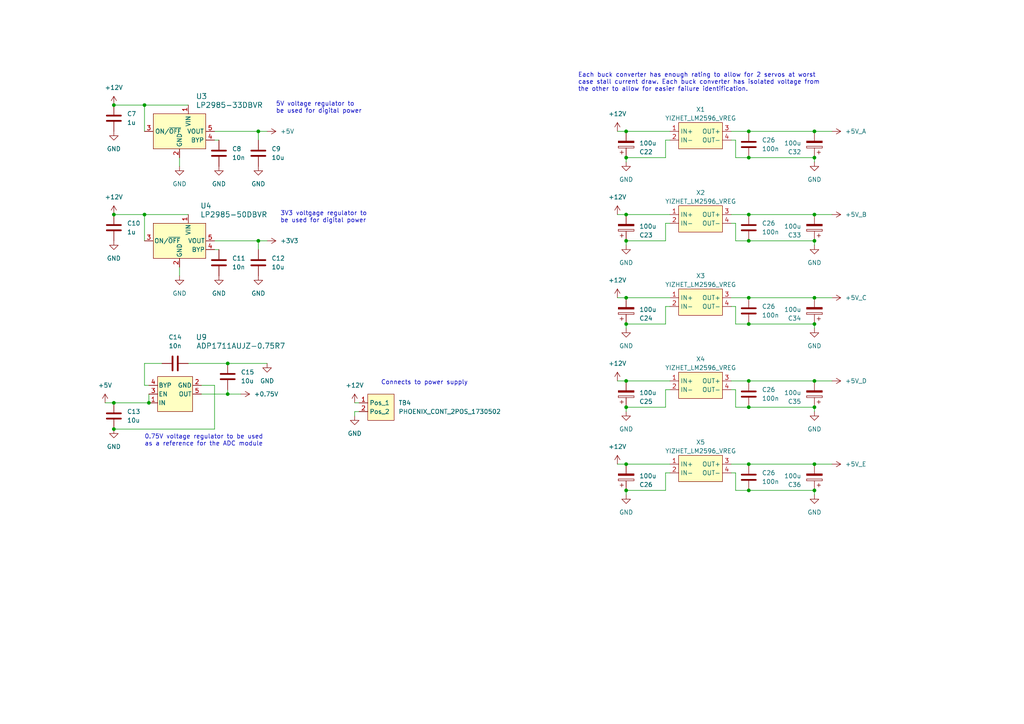
<source format=kicad_sch>
(kicad_sch (version 20230121) (generator eeschema)
  (paper "A4")
  (title_block (title "Norbert Control Board v1 - Power Supplies") (date "2023-11-09") (rev "Rev 3") (company "ME380 - Team 20") (comment 1 "Author: Samuel Street"))
  (lib_symbols
    (symbol "Device:C" (pin_numbers hide) (pin_names (offset 0.254))
      (property "Reference" "C" (at 0.635 2.54 0))
      (property "Value" "C" (at 0.635 -2.54 0))
      (symbol "C_0_1"
        (polyline (pts (xy -2.032 -0.762) (xy 2.032 -0.762)) (stroke (width 0.508)))
        (polyline (pts (xy -2.032 0.762) (xy 2.032 0.762)) (stroke (width 0.508)))
      )
      (symbol "C_1_1"
        (pin passive line (at 0 3.81 270) (length 2.794) (name "~") (number "1"))
        (pin passive line (at 0 -3.81 90) (length 2.794) (name "~") (number "2"))
      )
    )
    (symbol "Device:C_Polarized" (pin_numbers hide) (pin_names (offset 0.254))
      (property "Reference" "C" (at 0.635 2.54 0))
      (property "Value" "C_Polarized" (at 0.635 -2.54 0))
      (symbol "C_Polarized_0_1"
        (rectangle (start -2.286 0.508) (end 2.286 1.016))
        (polyline (pts (xy -1.778 2.286) (xy -0.762 2.286)))
        (polyline (pts (xy -1.27 2.794) (xy -1.27 1.778)))
        (rectangle (start 2.286 -0.508) (end -2.286 -1.016) (fill (type outline)))
      )
      (symbol "C_Polarized_1_1"
        (pin passive line (at 0 3.81 270) (length 2.794) (name "~") (number "1"))
        (pin passive line (at 0 -3.81 90) (length 2.794) (name "~") (number "2"))
      )
    )
    (symbol "dk_PMIC-Voltage-Regulators-Linear:LP2985-33DBVR"
      (property "Reference" "U" (at -6.35 6.35 0))
      (property "Value" "LP2985-33DBVR" (at 0 8.89 0))
      (symbol "LP2985-33DBVR_0_1"
        (rectangle (start -7.62 5.08) (end 7.62 -5.08) (fill (type background)))
      )
      (symbol "LP2985-33DBVR_1_1"
        (pin power_in line (at 2.54 7.62 270) (length 2.54) (name "VIN") (number "1"))
        (pin power_in line (at 0 -7.62 90) (length 2.54) (name "GND") (number "2"))
        (pin input line (at -10.16 0 0) (length 2.54) (name "ON/~{OFF}") (number "3"))
        (pin passive line (at 10.16 -2.54 180) (length 2.54) (name "BYP") (number "4"))
        (pin power_out line (at 10.16 0 180) (length 2.54) (name "VOUT") (number "5"))
      )
    )
    (symbol "extra_power:+0.75V" (power) (pin_names (offset 0))
      (property "Value" "+0.75V" (at 0 3.556 0))
      (symbol "+0.75V_0_1"
        (polyline (pts (xy -0.762 1.27) (xy 0 2.54)))
        (polyline (pts (xy 0 0) (xy 0 2.54)))
        (polyline (pts (xy 0 2.54) (xy 0.762 1.27)))
      )
      (symbol "+0.75V_1_1"
        (pin power_in line (at 0 0 90) (length 0) hide (name "+0.75V") (number "1"))
      )
    )
    (symbol "extra_power:+5V_A" (power) (pin_names (offset 0))
      (property "Value" "+5V_A" (at 0 3.556 0))
      (symbol "+5V_A_0_1"
        (polyline (pts (xy -0.762 1.27) (xy 0 2.54)))
        (polyline (pts (xy 0 0) (xy 0 2.54)))
        (polyline (pts (xy 0 2.54) (xy 0.762 1.27)))
      )
      (symbol "+5V_A_1_1"
        (pin power_in line (at 0 0 90) (length 0) hide (name "+5V_A") (number "1"))
      )
    )
    (symbol "extra_power:+5V_B" (power) (pin_names (offset 0))
      (property "Value" "+5V_B" (at 0 3.556 0))
      (symbol "+5V_B_0_1"
        (polyline (pts (xy -0.762 1.27) (xy 0 2.54)))
        (polyline (pts (xy 0 0) (xy 0 2.54)))
        (polyline (pts (xy 0 2.54) (xy 0.762 1.27)))
      )
      (symbol "+5V_B_1_1"
        (pin power_in line (at 0 0 90) (length 0) hide (name "+5V_B") (number "1"))
      )
    )
    (symbol "extra_power:+5V_C" (power) (pin_names (offset 0))
      (property "Value" "+5V_C" (at 0 3.556 0))
      (symbol "+5V_C_0_1"
        (polyline (pts (xy -0.762 1.27) (xy 0 2.54)))
        (polyline (pts (xy 0 0) (xy 0 2.54)))
        (polyline (pts (xy 0 2.54) (xy 0.762 1.27)))
      )
      (symbol "+5V_C_1_1"
        (pin power_in line (at 0 0 90) (length 0) hide (name "+5V_C") (number "1"))
      )
    )
    (symbol "extra_power:+5V_D" (power) (pin_names (offset 0))
      (property "Value" "+5V_D" (at 0 3.556 0))
      (symbol "+5V_D_0_1"
        (polyline (pts (xy -0.762 1.27) (xy 0 2.54)))
        (polyline (pts (xy 0 0) (xy 0 2.54)))
        (polyline (pts (xy 0 2.54) (xy 0.762 1.27)))
      )
      (symbol "+5V_D_1_1"
        (pin power_in line (at 0 0 90) (length 0) hide (name "+5V_D") (number "1"))
      )
    )
    (symbol "extra_power:+5V_E" (power) (pin_names (offset 0))
      (property "Value" "+5V_E" (at 0 3.556 0))
      (symbol "+5V_E_0_1"
        (polyline (pts (xy -0.762 1.27) (xy 0 2.54)))
        (polyline (pts (xy 0 0) (xy 0 2.54)))
        (polyline (pts (xy 0 2.54) (xy 0.762 1.27)))
      )
      (symbol "+5V_E_1_1"
        (pin power_in line (at 0 0 90) (length 0) hide (name "+5V_E") (number "1"))
      )
    )
    (symbol "extra_power:YIZHET_LM2596_VREG"
      (property "Reference" "X" (at 0 0 0))
      (property "Value" "YIZHET_LM2596_VREG" (at 0 0 0))
      (symbol "YIZHET_LM2596_VREG_1_1"
        (rectangle (start -6.35 3.81) (end 6.35 -3.81) (fill (type background)))
        (pin power_in line (at -8.89 1.27 0) (length 2.54) (name "IN+") (number "1"))
        (pin power_in line (at -8.89 -1.27 0) (length 2.54) (name "IN-") (number "2"))
        (pin power_out line (at 8.89 1.27 180) (length 2.54) (name "OUT+") (number "3"))
        (pin power_out line (at 8.89 -1.27 180) (length 2.54) (name "OUT-") (number "4"))
      )
    )
    (symbol "phoenix_contacts:PHOENIX_CONT_2POS_1730502"
      (property "Reference" "TB" (at 0 0 0))
      (property "Value" "PHOENIX_CONT_2POS_1730502" (at 0 0 0))
      (symbol "PHOENIX_CONT_2POS_1730502_1_1"
        (rectangle (start -3.81 3.81) (end 3.81 -3.81) (fill (type background)))
        (pin bidirectional line (at -6.35 1.27 0) (length 2.54) (name "Pos_1") (number "1"))
        (pin bidirectional line (at -6.35 -1.27 0) (length 2.54) (name "Pos_2") (number "2"))
      )
    )
    (symbol "power:+12V" (power) (pin_names (offset 0))
      (property "Value" "+12V" (at 0 3.556 0))
      (symbol "+12V_0_1"
        (polyline (pts (xy -0.762 1.27) (xy 0 2.54)))
        (polyline (pts (xy 0 0) (xy 0 2.54)))
        (polyline (pts (xy 0 2.54) (xy 0.762 1.27)))
      )
      (symbol "+12V_1_1"
        (pin power_in line (at 0 0 90) (length 0) hide (name "+12V") (number "1"))
      )
    )
    (symbol "power:+3V3" (power) (pin_names (offset 0))
      (property "Value" "+3V3" (at 0 3.556 0))
      (symbol "+3V3_0_1"
        (polyline (pts (xy -0.762 1.27) (xy 0 2.54)))
        (polyline (pts (xy 0 0) (xy 0 2.54)))
        (polyline (pts (xy 0 2.54) (xy 0.762 1.27)))
      )
      (symbol "+3V3_1_1"
        (pin power_in line (at 0 0 90) (length 0) hide (name "+3V3") (number "1"))
      )
    )
    (symbol "power:+5V" (power) (pin_names (offset 0))
      (property "Value" "+5V" (at 0 3.556 0))
      (symbol "+5V_0_1"
        (polyline (pts (xy -0.762 1.27) (xy 0 2.54)))
        (polyline (pts (xy 0 0) (xy 0 2.54)))
        (polyline (pts (xy 0 2.54) (xy 0.762 1.27)))
      )
      (symbol "+5V_1_1"
        (pin power_in line (at 0 0 90) (length 0) hide (name "+5V") (number "1"))
      )
    )
    (symbol "power:GND" (power) (pin_names (offset 0))
      (property "Value" "GND" (at 0 -3.81 0))
      (symbol "GND_0_1"
        (polyline (pts (xy 0 0) (xy 0 -1.27) (xy 1.27 -1.27) (xy 0 -2.54) (xy -1.27 -1.27) (xy 0 -1.27)))
      )
      (symbol "GND_1_1"
        (pin power_in line (at 0 0 270) (length 0) hide (name "GND") (number "1"))
      )
    )
    (symbol "ul_ADP1711AUJZ-0-75R7:ADP1711AUJZ-0.75R7" (pin_names (offset 0.254))
      (property "Reference" "U" (at 0 0 0))
      (property "Value" "ADP1711AUJZ-0.75R7" (at 0 0 0))
      (symbol "ADP1711AUJZ-0.75R7_1_1"
        (rectangle (start -5.08 5.08) (end 5.08 -5.08) (fill (type background)))
        (pin unspecified line (at -7.62 -2.54 0) (length 2.54) (name "IN") (number "1"))
        (pin unspecified line (at 7.62 2.54 180) (length 2.54) (name "GND") (number "2"))
        (pin unspecified line (at -7.62 0 0) (length 2.54) (name "EN") (number "3"))
        (pin unspecified line (at -7.62 2.54 0) (length 2.54) (name "BYP") (number "4"))
        (pin unspecified line (at 7.62 0 180) (length 2.54) (name "OUT") (number "5"))
      )
    )
    (symbol "ul_LP2985-50DBVR:LP2985-50DBVR" (pin_names (offset 0.254))
      (property "Reference" "U" (at 0 2.54 0))
      (property "Value" "LP2985-50DBVR" (at 0 0 0))
      (symbol "LP2985-50DBVR_1_1"
        (rectangle (start -7.62 5.08) (end 7.62 -5.08) (fill (type background)))
        (pin power_in line (at 2.54 7.62 270) (length 2.54) (name "VIN") (number "1"))
        (pin power_in line (at 0 -7.62 90) (length 2.54) (name "GND") (number "2"))
        (pin input line (at -10.16 0 0) (length 2.54) (name "ON/~{OFF}") (number "3"))
        (pin unspecified line (at 10.16 -2.54 180) (length 2.54) (name "BYP") (number "4"))
        (pin power_in line (at 10.16 0 180) (length 2.54) (name "VOUT") (number "5"))
      )
    )
  )
  (junction (at 217.17 93.98))
  (junction (at 181.61 93.98))
  (junction (at 33.02 30.48))
  (junction (at 181.61 134.62))
  (junction (at 236.22 110.49))
  (junction (at 41.91 30.48))
  (junction (at 33.02 116.84))
  (junction (at 41.91 62.23))
  (junction (at 236.22 38.1))
  (junction (at 217.17 118.11))
  (junction (at 66.04 105.41))
  (junction (at 43.18 116.84))
  (junction (at 181.61 86.36))
  (junction (at 74.93 69.85))
  (junction (at 217.17 110.49))
  (junction (at 181.61 118.11))
  (junction (at 181.61 110.49))
  (junction (at 236.22 86.36))
  (junction (at 181.61 38.1))
  (junction (at 181.61 142.24))
  (junction (at 181.61 62.23))
  (junction (at 217.17 62.23))
  (junction (at 217.17 86.36))
  (junction (at 236.22 45.72))
  (junction (at 33.02 124.46))
  (junction (at 33.02 62.23))
  (junction (at 217.17 38.1))
  (junction (at 181.61 45.72))
  (junction (at 74.93 38.1))
  (junction (at 217.17 45.72))
  (junction (at 236.22 69.85))
  (junction (at 217.17 142.24))
  (junction (at 217.17 69.85))
  (junction (at 236.22 93.98))
  (junction (at 236.22 134.62))
  (junction (at 236.22 62.23))
  (junction (at 217.17 134.62))
  (junction (at 181.61 69.85))
  (junction (at 236.22 142.24))
  (junction (at 66.04 114.3))
  (junction (at 236.22 118.11))
  (wire (pts (xy 212.09 38.1) (xy 217.17 38.1)))
  (wire (pts (xy 74.93 38.1) (xy 74.93 40.64)))
  (wire (pts (xy 181.61 38.1) (xy 194.31 38.1)))
  (wire (pts (xy 193.04 64.77) (xy 193.04 69.85)))
  (wire (pts (xy 217.17 118.11) (xy 213.36 118.11)))
  (wire (pts (xy 62.23 69.85) (xy 74.93 69.85)))
  (wire (pts (xy 236.22 45.72) (xy 236.22 46.99)))
  (wire (pts (xy 236.22 134.62) (xy 241.3 134.62)))
  (wire (pts (xy 52.07 48.26) (xy 52.07 45.72)))
  (wire (pts (xy 62.23 124.46) (xy 33.02 124.46)))
  (wire (pts (xy 181.61 118.11) (xy 193.04 118.11)))
  (wire (pts (xy 102.87 119.38) (xy 102.87 120.65)))
  (wire (pts (xy 217.17 69.85) (xy 213.36 69.85)))
  (wire (pts (xy 213.36 64.77) (xy 213.36 69.85)))
  (wire (pts (xy 181.61 93.98) (xy 193.04 93.98)))
  (wire (pts (xy 181.61 110.49) (xy 194.31 110.49)))
  (wire (pts (xy 30.48 116.84) (xy 33.02 116.84)))
  (wire (pts (xy 66.04 114.3) (xy 58.42 114.3)))
  (wire (pts (xy 213.36 113.03) (xy 213.36 118.11)))
  (wire (pts (xy 46.99 105.41) (xy 41.91 105.41)))
  (wire (pts (xy 33.02 30.48) (xy 41.91 30.48)))
  (wire (pts (xy 217.17 134.62) (xy 236.22 134.62)))
  (wire (pts (xy 236.22 110.49) (xy 241.3 110.49)))
  (wire (pts (xy 213.36 88.9) (xy 213.36 93.98)))
  (wire (pts (xy 181.61 62.23) (xy 194.31 62.23)))
  (wire (pts (xy 41.91 62.23) (xy 54.61 62.23)))
  (wire (pts (xy 236.22 38.1) (xy 241.3 38.1)))
  (wire (pts (xy 181.61 142.24) (xy 193.04 142.24)))
  (wire (pts (xy 217.17 45.72) (xy 213.36 45.72)))
  (wire (pts (xy 74.93 38.1) (xy 77.47 38.1)))
  (wire (pts (xy 236.22 93.98) (xy 236.22 95.25)))
  (wire (pts (xy 52.07 80.01) (xy 52.07 77.47)))
  (wire (pts (xy 181.61 86.36) (xy 194.31 86.36)))
  (wire (pts (xy 217.17 69.85) (xy 236.22 69.85)))
  (wire (pts (xy 217.17 93.98) (xy 213.36 93.98)))
  (wire (pts (xy 43.18 114.3) (xy 43.18 116.84)))
  (wire (pts (xy 193.04 113.03) (xy 194.31 113.03)))
  (wire (pts (xy 62.23 111.76) (xy 62.23 124.46)))
  (wire (pts (xy 66.04 114.3) (xy 69.85 114.3)))
  (wire (pts (xy 212.09 134.62) (xy 217.17 134.62)))
  (wire (pts (xy 181.61 71.12) (xy 181.61 69.85)))
  (wire (pts (xy 66.04 105.41) (xy 77.47 105.41)))
  (wire (pts (xy 212.09 62.23) (xy 217.17 62.23)))
  (wire (pts (xy 236.22 62.23) (xy 241.3 62.23)))
  (wire (pts (xy 236.22 86.36) (xy 241.3 86.36)))
  (wire (pts (xy 193.04 137.16) (xy 194.31 137.16)))
  (wire (pts (xy 212.09 110.49) (xy 217.17 110.49)))
  (wire (pts (xy 102.87 116.84) (xy 104.14 116.84)))
  (wire (pts (xy 41.91 62.23) (xy 41.91 69.85)))
  (wire (pts (xy 217.17 45.72) (xy 236.22 45.72)))
  (wire (pts (xy 179.07 62.23) (xy 181.61 62.23)))
  (wire (pts (xy 63.5 72.39) (xy 62.23 72.39)))
  (wire (pts (xy 217.17 38.1) (xy 236.22 38.1)))
  (wire (pts (xy 181.61 119.38) (xy 181.61 118.11)))
  (wire (pts (xy 217.17 93.98) (xy 236.22 93.98)))
  (wire (pts (xy 217.17 86.36) (xy 236.22 86.36)))
  (wire (pts (xy 193.04 64.77) (xy 194.31 64.77)))
  (wire (pts (xy 181.61 143.51) (xy 181.61 142.24)))
  (wire (pts (xy 213.36 137.16) (xy 213.36 142.24)))
  (wire (pts (xy 58.42 111.76) (xy 62.23 111.76)))
  (wire (pts (xy 41.91 105.41) (xy 41.91 111.76)))
  (wire (pts (xy 193.04 40.64) (xy 193.04 45.72)))
  (wire (pts (xy 41.91 111.76) (xy 43.18 111.76)))
  (wire (pts (xy 213.36 113.03) (xy 212.09 113.03)))
  (wire (pts (xy 179.07 134.62) (xy 181.61 134.62)))
  (wire (pts (xy 66.04 105.41) (xy 54.61 105.41)))
  (wire (pts (xy 193.04 113.03) (xy 193.04 118.11)))
  (wire (pts (xy 213.36 40.64) (xy 213.36 45.72)))
  (wire (pts (xy 213.36 64.77) (xy 212.09 64.77)))
  (wire (pts (xy 217.17 142.24) (xy 236.22 142.24)))
  (wire (pts (xy 33.02 116.84) (xy 43.18 116.84)))
  (wire (pts (xy 74.93 69.85) (xy 77.47 69.85)))
  (wire (pts (xy 41.91 30.48) (xy 41.91 38.1)))
  (wire (pts (xy 212.09 86.36) (xy 217.17 86.36)))
  (wire (pts (xy 217.17 110.49) (xy 236.22 110.49)))
  (wire (pts (xy 181.61 45.72) (xy 193.04 45.72)))
  (wire (pts (xy 66.04 114.3) (xy 66.04 113.03)))
  (wire (pts (xy 181.61 134.62) (xy 194.31 134.62)))
  (wire (pts (xy 213.36 40.64) (xy 212.09 40.64)))
  (wire (pts (xy 217.17 62.23) (xy 236.22 62.23)))
  (wire (pts (xy 181.61 69.85) (xy 193.04 69.85)))
  (wire (pts (xy 217.17 142.24) (xy 213.36 142.24)))
  (wire (pts (xy 236.22 69.85) (xy 236.22 71.12)))
  (wire (pts (xy 213.36 88.9) (xy 212.09 88.9)))
  (wire (pts (xy 33.02 62.23) (xy 41.91 62.23)))
  (wire (pts (xy 41.91 30.48) (xy 54.61 30.48)))
  (wire (pts (xy 102.87 119.38) (xy 104.14 119.38)))
  (wire (pts (xy 179.07 110.49) (xy 181.61 110.49)))
  (wire (pts (xy 193.04 137.16) (xy 193.04 142.24)))
  (wire (pts (xy 193.04 88.9) (xy 193.04 93.98)))
  (wire (pts (xy 217.17 118.11) (xy 236.22 118.11)))
  (wire (pts (xy 179.07 86.36) (xy 181.61 86.36)))
  (wire (pts (xy 63.5 40.64) (xy 62.23 40.64)))
  (wire (pts (xy 236.22 142.24) (xy 236.22 143.51)))
  (wire (pts (xy 74.93 69.85) (xy 74.93 72.39)))
  (wire (pts (xy 181.61 95.25) (xy 181.61 93.98)))
  (wire (pts (xy 236.22 118.11) (xy 236.22 119.38)))
  (wire (pts (xy 181.61 46.99) (xy 181.61 45.72)))
  (wire (pts (xy 193.04 40.64) (xy 194.31 40.64)))
  (wire (pts (xy 213.36 137.16) (xy 212.09 137.16)))
  (wire (pts (xy 179.07 38.1) (xy 181.61 38.1)))
  (wire (pts (xy 193.04 88.9) (xy 194.31 88.9)))
  (wire (pts (xy 62.23 38.1) (xy 74.93 38.1)))
  (text "0.75V voltage regulator to be used\nas a reference for the ADC module" (at 41.91 129.54 0) (effects (font (size 1.27 1.27)) (justify left bottom)))
  (text "Connects to power supply" (at 110.49 111.76 0) (effects (font (size 1.27 1.27)) (justify left bottom)))
  (text "Each buck converter has enough rating to allow for 2 servos at worst\ncase stall current draw. Each buck converter has isolated voltage from\nthe other to allow for easier failure identification." (at 167.64 26.67 0) (effects (font (size 1.27 1.27)) (justify left bottom)))
  (text "3V3 voltgage regulator to\nbe used for digital power" (at 81.28 64.77 0) (effects (font (size 1.27 1.27)) (justify left bottom)))
  (text "5V voltage regulator to\nbe used for digital power" (at 80.01 33.02 0) (effects (font (size 1.27 1.27)) (justify left bottom)))
  (symbol (lib_id "Device:C_Polarized") (at 181.61 138.43 0) (mirror x) (unit 1)
    (property "Reference" "C26" (at 185.42 140.589 0) (effects (justify left)))
    (property "Value" "100u" (at 185.42 138.049 0) (effects (justify left)))
    (property "Footprint" "Capacitor_THT:CP_Radial_D5.0mm_P2.50mm" (effects hide))
  )
  (symbol (lib_id "power:+5V") (at 77.47 38.1 270) (unit 1)
    (property "Reference" "#PWR012" (effects hide))
    (property "Value" "+5V" (at 81.28 38.1 90) (effects (justify left)))
    (instances (project "norbert_v1" (path "" (reference "#PWR012") (unit 1)) (path "" (reference "#PWR073") (unit 1))))
  )
  (symbol (lib_id "power:GND") (at 181.61 46.99 0) (unit 1)
    (property "Reference" "#PWR083" (effects hide))
    (property "Value" "GND" (at 181.61 52.07 0))
  )
  (symbol (lib_id "power:GND") (at 63.5 48.26 0) (unit 1)
    (property "Reference" "#PWR011" (effects hide))
    (property "Value" "GND" (at 63.5 53.34 0))
    (instances (project "norbert_v1" (path "" (reference "#PWR011") (unit 1)) (path "" (reference "#PWR068") (unit 1))))
  )
  (symbol (lib_id "power:GND") (at 236.22 119.38 0) (mirror y) (unit 1)
    (property "Reference" "#PWR091" (effects hide))
    (property "Value" "GND" (at 236.22 124.46 0))
  )
  (symbol (lib_id "extra_power:+5V_A") (at 241.3 38.1 270) (unit 1)
    (property "Reference" "#PWR093" (effects hide))
    (property "Value" "+5V_A" (at 245.11 38.1 90) (effects (justify left)))
  )
  (symbol (lib_id "Device:C") (at 74.93 44.45 0) (unit 1)
    (property "Reference" "C9" (at 78.74 43.18 0) (effects (justify left)))
    (property "Value" "10u" (at 78.74 45.72 0) (effects (justify left)))
    (property "Footprint" "CC1812KKX7RCBB103s:CAP_CC1812_YAG" (effects hide))
    (instances (project "norbert_v1" (path "" (reference "C9") (unit 1)) (path "" (reference "C20") (unit 1))))
  )
  (symbol (lib_id "power:GND") (at 102.87 120.65 0) (unit 1)
    (property "Reference" "#PWR02" (effects hide))
    (property "Value" "GND" (at 102.87 125.73 0))
    (instances (project "norbert_v1" (path "" (reference "#PWR02") (unit 1)) (path "" (reference "#PWR077") (unit 1))))
  )
  (symbol (lib_id "dk_PMIC-Voltage-Regulators-Linear:LP2985-33DBVR") (at 52.07 38.1 0) (unit 1)
    (property "Reference" "U3" (at 56.8041 27.94 0) (effects (font (size 1.524 1.524)) (justify left)))
    (property "Value" "LP2985-33DBVR" (at 56.8041 30.48 0) (effects (font (size 1.524 1.524)) (justify left)))
    (property "Footprint" "digikey-footprints:SOT-753" (effects hide))
    (property "Datasheet" "http://www.ti.com/general/docs/suppproductinfo.tsp?distId=10&gotoUrl=http%3A%2F%2Fwww.ti.com%2Flit%2Fgpn%2Flp2985" (effects hide))
    (property "Digi-Key_PN" "296-18476-1-ND" (effects hide))
    (property "MPN" "LP2985-33DBVR" (effects hide))
    (property "Category" "Integrated Circuits (ICs)" (effects hide))
    (property "Family" "PMIC - Voltage Regulators - Linear" (effects hide))
    (property "DK_Datasheet_Link" "http://www.ti.com/general/docs/suppproductinfo.tsp?distId=10&gotoUrl=http%3A%2F%2Fwww.ti.com%2Flit%2Fgpn%2Flp2985" (effects hide))
    (property "DK_Detail_Page" "/product-detail/en/texas-instruments/LP2985-33DBVR/296-18476-1-ND/809911" (effects hide))
    (property "Description" "IC REG LINEAR 3.3V 150MA SOT23-5" (effects hide))
    (property "Manufacturer" "Texas Instruments" (effects hide))
    (property "Status" "Active" (effects hide))
    (instances (project "norbert_v1" (path "" (reference "U3") (unit 1)) (path "" (reference "U8") (unit 1))))
  )
  (symbol (lib_id "power:GND") (at 74.93 48.26 0) (unit 1)
    (property "Reference" "#PWR027" (effects hide))
    (property "Value" "GND" (at 74.93 53.34 0))
    (instances (project "norbert_v1" (path "" (reference "#PWR027") (unit 1)) (path "" (reference "#PWR071") (unit 1))))
  )
  (symbol (lib_id "Device:C") (at 63.5 76.2 0) (unit 1)
    (property "Reference" "C11" (at 67.31 74.93 0) (effects (justify left)))
    (property "Value" "10n" (at 67.31 77.47 0) (effects (justify left)))
    (property "Footprint" "CC1812KKX7RCBB103s:CAP_CC1812_YAG" (effects hide))
    (instances (project "norbert_v1" (path "" (reference "C11") (unit 1)) (path "" (reference "C18") (unit 1))))
  )
  (symbol (lib_id "power:+12V") (at 179.07 62.23 0) (unit 1)
    (property "Reference" "#PWR033" (effects hide))
    (property "Value" "+12V" (at 179.07 57.15 0))
    (instances (project "norbert_v1" (path "" (reference "#PWR033") (unit 1)) (path "" (reference "#PWR079") (unit 1))))
  )
  (symbol (lib_id "Device:C_Polarized") (at 236.22 138.43 180) (unit 1)
    (property "Reference" "C36" (at 232.41 140.589 0) (effects (justify left)))
    (property "Value" "100u" (at 232.41 138.049 0) (effects (justify left)))
    (property "Footprint" "CC1812KKX7RCBB103s:CAP_CC1812_YAG" (effects hide))
  )
  (symbol (lib_id "power:GND") (at 33.02 38.1 0) (unit 1)
    (property "Reference" "#PWR09" (effects hide))
    (property "Value" "GND" (at 33.02 43.18 0))
    (instances (project "norbert_v1" (path "" (reference "#PWR09") (unit 1)) (path "" (reference "#PWR062") (unit 1))))
  )
  (symbol (lib_id "extra_power:YIZHET_LM2596_VREG") (at 203.2 87.63 0) (unit 1)
    (property "Reference" "X3" (at 203.2 80.01 0))
    (property "Value" "YIZHET_LM2596_VREG" (at 203.2 82.55 0))
    (property "Footprint" "extra_power:YIZHET_LM2596_VREG" (effects hide))
  )
  (symbol (lib_id "power:GND") (at 236.22 71.12 0) (mirror y) (unit 1)
    (property "Reference" "#PWR089" (effects hide))
    (property "Value" "GND" (at 236.22 76.2 0))
  )
  (symbol (lib_id "power:GND") (at 63.5 80.01 0) (unit 1)
    (property "Reference" "#PWR031" (effects hide))
    (property "Value" "GND" (at 63.5 85.09 0))
    (instances (project "norbert_v1" (path "" (reference "#PWR031") (unit 1)) (path "" (reference "#PWR069") (unit 1))))
  )
  (symbol (lib_id "power:+5V") (at 30.48 116.84 0) (unit 1)
    (property "Reference" "#PWR041" (effects hide))
    (property "Value" "+5V" (at 30.48 111.76 0))
    (instances (project "norbert_v1" (path "" (reference "#PWR041") (unit 1)) (path "" (reference "#PWR060") (unit 1))))
  )
  (symbol (lib_id "ul_LP2985-50DBVR:LP2985-50DBVR") (at 52.07 69.85 0) (unit 1)
    (property "Reference" "U4" (at 58.0741 59.69 0) (effects (font (size 1.524 1.524)) (justify left)))
    (property "Value" "LP2985-50DBVR" (at 58.0741 62.23 0) (effects (font (size 1.524 1.524)) (justify left)))
    (property "Footprint" "ul_LP2985-50DBVR:DBV0005A_N" (effects hide))
    (property "Datasheet" "LP2985-50DBVR" (effects hide))
    (instances (project "norbert_v1" (path "" (reference "U4") (unit 1)) (path "" (reference "U9") (unit 1))))
  )
  (symbol (lib_id "Device:C") (at 33.02 120.65 0) (unit 1)
    (property "Reference" "C13" (at 36.83 119.38 0) (effects (justify left)))
    (property "Value" "10u" (at 36.83 121.92 0) (effects (justify left)))
    (property "Footprint" "CC1812KKX7RCBB103s:CAP_CC1812_YAG" (effects hide))
    (instances (project "norbert_v1" (path "" (reference "C13") (unit 1)) (path "" (reference "C15") (unit 1))))
  )
  (symbol (lib_id "extra_power:+5V_B") (at 241.3 62.23 270) (unit 1)
    (property "Reference" "#PWR094" (effects hide))
    (property "Value" "+5V_B" (at 245.11 62.23 90) (effects (justify left)))
  )
  (symbol (lib_id "power:GND") (at 181.61 119.38 0) (unit 1)
    (property "Reference" "#PWR086" (effects hide))
    (property "Value" "GND" (at 181.61 124.46 0))
  )
  (symbol (lib_id "Device:C") (at 74.93 76.2 0) (unit 1)
    (property "Reference" "C12" (at 78.74 74.93 0) (effects (justify left)))
    (property "Value" "10u" (at 78.74 77.47 0) (effects (justify left)))
    (property "Footprint" "CC1812KKX7RCBB103s:CAP_CC1812_YAG" (effects hide))
    (instances (project "norbert_v1" (path "" (reference "C12") (unit 1)) (path "" (reference "C21") (unit 1))))
  )
  (symbol (lib_id "Device:C_Polarized") (at 236.22 66.04 180) (unit 1)
    (property "Reference" "C33" (at 232.41 68.199 0) (effects (justify left)))
    (property "Value" "100u" (at 232.41 65.659 0) (effects (justify left)))
    (property "Footprint" "CC1812KKX7RCBB103s:CAP_CC1812_YAG" (effects hide))
  )
  (symbol (lib_id "Device:C") (at 33.02 66.04 0) (unit 1)
    (property "Reference" "C10" (at 36.83 64.77 0) (effects (justify left)))
    (property "Value" "1u" (at 36.83 67.31 0) (effects (justify left)))
    (property "Footprint" "CC1812KKX7RCBB103s:CAP_CC1812_YAG" (effects hide))
    (instances (project "norbert_v1" (path "" (reference "C10") (unit 1)) (path "" (reference "C14") (unit 1))))
  )
  (symbol (lib_id "ul_ADP1711AUJZ-0-75R7:ADP1711AUJZ-0.75R7") (at 50.8 114.3 0) (unit 1)
    (property "Reference" "U9" (at 58.42 97.79 0) (effects (font (size 1.524 1.524))))
    (property "Value" "ADP1711AUJZ-0.75R7" (at 69.85 100.33 0) (effects (font (size 1.524 1.524))))
    (property "Footprint" "ul_ADP1711AUJZ-0-75R7:UJ_5_ADI" (effects hide))
    (property "Datasheet" "ADP1711AUJZ-0.75R7" (effects hide))
    (instances (project "norbert_v1" (path "" (reference "U9") (unit 1)) (path "" (reference "U7") (unit 1))))
  )
  (symbol (lib_id "power:+12V") (at 179.07 86.36 0) (unit 1)
    (property "Reference" "#PWR033" (effects hide))
    (property "Value" "+12V" (at 179.07 81.28 0))
    (instances (project "norbert_v1" (path "" (reference "#PWR033") (unit 1)) (path "" (reference "#PWR080") (unit 1))))
  )
  (symbol (lib_id "power:+12V") (at 179.07 38.1 0) (unit 1)
    (property "Reference" "#PWR033" (effects hide))
    (property "Value" "+12V" (at 179.07 33.02 0))
    (instances (project "norbert_v1" (path "" (reference "#PWR033") (unit 1)) (path "" (reference "#PWR078") (unit 1))))
  )
  (symbol (lib_id "extra_power:YIZHET_LM2596_VREG") (at 203.2 63.5 0) (unit 1)
    (property "Reference" "X2" (at 203.2 55.88 0))
    (property "Value" "YIZHET_LM2596_VREG" (at 203.2 58.42 0))
    (property "Footprint" "extra_power:YIZHET_LM2596_VREG" (effects hide))
  )
  (symbol (lib_id "power:GND") (at 77.47 105.41 0) (unit 1)
    (property "Reference" "#PWR043" (effects hide))
    (property "Value" "GND" (at 77.47 110.49 0))
    (instances (project "norbert_v1" (path "" (reference "#PWR043") (unit 1)) (path "" (reference "#PWR075") (unit 1))))
  )
  (symbol (lib_id "power:GND") (at 52.07 48.26 0) (unit 1)
    (property "Reference" "#PWR010" (effects hide))
    (property "Value" "GND" (at 52.07 53.34 0))
    (instances (project "norbert_v1" (path "" (reference "#PWR010") (unit 1)) (path "" (reference "#PWR066") (unit 1))))
  )
  (symbol (lib_id "extra_power:YIZHET_LM2596_VREG") (at 203.2 135.89 0) (unit 1)
    (property "Reference" "X5" (at 203.2 128.27 0))
    (property "Value" "YIZHET_LM2596_VREG" (at 203.2 130.81 0))
    (property "Footprint" "extra_power:YIZHET_LM2596_VREG" (effects hide))
  )
  (symbol (lib_id "power:GND") (at 236.22 95.25 0) (mirror y) (unit 1)
    (property "Reference" "#PWR090" (effects hide))
    (property "Value" "GND" (at 236.22 100.33 0))
  )
  (symbol (lib_id "power:+12V") (at 33.02 62.23 0) (unit 1)
    (property "Reference" "#PWR028" (effects hide))
    (property "Value" "+12V" (at 33.02 57.15 0))
    (instances (project "norbert_v1" (path "" (reference "#PWR028") (unit 1)) (path "" (reference "#PWR063") (unit 1))))
  )
  (symbol (lib_id "Device:C") (at 217.17 138.43 0) (unit 1)
    (property "Reference" "C26" (at 220.98 137.16 0) (effects (justify left)))
    (property "Value" "100n" (at 220.98 139.7 0) (effects (justify left)))
    (property "Footprint" "CC1812KKX7RCBB103s:CAP_CC1812_YAG" (effects hide))
    (instances (project "norbert_v1" (path "" (reference "C26") (unit 1)) (path "" (reference "C31") (unit 1))))
  )
  (symbol (lib_id "Device:C_Polarized") (at 181.61 41.91 0) (mirror x) (unit 1)
    (property "Reference" "C22" (at 185.42 44.069 0) (effects (justify left)))
    (property "Value" "100u" (at 185.42 41.529 0) (effects (justify left)))
    (property "Footprint" "Capacitor_THT:CP_Radial_D5.0mm_P2.50mm" (effects hide))
  )
  (symbol (lib_id "power:+12V") (at 179.07 134.62 0) (unit 1)
    (property "Reference" "#PWR033" (effects hide))
    (property "Value" "+12V" (at 179.07 129.54 0))
    (instances (project "norbert_v1" (path "" (reference "#PWR033") (unit 1)) (path "" (reference "#PWR082") (unit 1))))
  )
  (symbol (lib_id "Device:C") (at 217.17 41.91 0) (unit 1)
    (property "Reference" "C26" (at 220.98 40.64 0) (effects (justify left)))
    (property "Value" "100n" (at 220.98 43.18 0) (effects (justify left)))
    (property "Footprint" "CC1812KKX7RCBB103s:CAP_CC1812_YAG" (effects hide))
    (instances (project "norbert_v1" (path "" (reference "C26") (unit 1)) (path "" (reference "C27") (unit 1))))
  )
  (symbol (lib_id "power:+12V") (at 33.02 30.48 0) (unit 1)
    (property "Reference" "#PWR08" (effects hide))
    (property "Value" "+12V" (at 33.02 25.4 0))
    (instances (project "norbert_v1" (path "" (reference "#PWR08") (unit 1)) (path "" (reference "#PWR061") (unit 1))))
  )
  (symbol (lib_id "Device:C") (at 217.17 114.3 0) (unit 1)
    (property "Reference" "C26" (at 220.98 113.03 0) (effects (justify left)))
    (property "Value" "100n" (at 220.98 115.57 0) (effects (justify left)))
    (property "Footprint" "CC1812KKX7RCBB103s:CAP_CC1812_YAG" (effects hide))
    (instances (project "norbert_v1" (path "" (reference "C26") (unit 1)) (path "" (reference "C30") (unit 1))))
  )
  (symbol (lib_id "Device:C") (at 217.17 90.17 0) (unit 1)
    (property "Reference" "C26" (at 220.98 88.9 0) (effects (justify left)))
    (property "Value" "100n" (at 220.98 91.44 0) (effects (justify left)))
    (property "Footprint" "CC1812KKX7RCBB103s:CAP_CC1812_YAG" (effects hide))
    (instances (project "norbert_v1" (path "" (reference "C26") (unit 1)) (path "" (reference "C29") (unit 1))))
  )
  (symbol (lib_id "Device:C_Polarized") (at 181.61 114.3 0) (mirror x) (unit 1)
    (property "Reference" "C25" (at 185.42 116.459 0) (effects (justify left)))
    (property "Value" "100u" (at 185.42 113.919 0) (effects (justify left)))
    (property "Footprint" "Capacitor_THT:CP_Radial_D5.0mm_P2.50mm" (effects hide))
  )
  (symbol (lib_id "power:+12V") (at 102.87 116.84 0) (unit 1)
    (property "Reference" "#PWR01" (effects hide))
    (property "Value" "+12V" (at 102.87 111.76 0))
    (instances (project "norbert_v1" (path "" (reference "#PWR01") (unit 1)) (path "" (reference "#PWR076") (unit 1))))
  )
  (symbol (lib_id "extra_power:YIZHET_LM2596_VREG") (at 203.2 39.37 0) (unit 1)
    (property "Reference" "X1" (at 203.2 31.75 0))
    (property "Value" "YIZHET_LM2596_VREG" (at 203.2 34.29 0))
    (property "Footprint" "extra_power:YIZHET_LM2596_VREG" (effects hide))
  )
  (symbol (lib_id "Device:C_Polarized") (at 236.22 41.91 180) (unit 1)
    (property "Reference" "C32" (at 232.41 44.069 0) (effects (justify left)))
    (property "Value" "100u" (at 232.41 41.529 0) (effects (justify left)))
    (property "Footprint" "CC1812KKX7RCBB103s:CAP_CC1812_YAG" (effects hide))
  )
  (symbol (lib_id "power:GND") (at 236.22 143.51 0) (mirror y) (unit 1)
    (property "Reference" "#PWR092" (effects hide))
    (property "Value" "GND" (at 236.22 148.59 0))
  )
  (symbol (lib_id "power:GND") (at 181.61 143.51 0) (unit 1)
    (property "Reference" "#PWR087" (effects hide))
    (property "Value" "GND" (at 181.61 148.59 0))
  )
  (symbol (lib_id "Device:C") (at 50.8 105.41 90) (unit 1)
    (property "Reference" "C14" (at 50.8 97.79 90))
    (property "Value" "10n" (at 50.8 100.33 90))
    (property "Footprint" "CC1812KKX7RCBB103s:CAP_CC1812_YAG" (effects hide))
    (instances (project "norbert_v1" (path "" (reference "C14") (unit 1)) (path "" (reference "C16") (unit 1))))
  )
  (symbol (lib_id "extra_power:+5V_E") (at 241.3 134.62 270) (unit 1)
    (property "Reference" "#PWR097" (effects hide))
    (property "Value" "+5V_E" (at 245.11 134.62 90) (effects (justify left)))
  )
  (symbol (lib_id "power:GND") (at 52.07 80.01 0) (unit 1)
    (property "Reference" "#PWR030" (effects hide))
    (property "Value" "GND" (at 52.07 85.09 0))
    (instances (project "norbert_v1" (path "" (reference "#PWR030") (unit 1)) (path "" (reference "#PWR067") (unit 1))))
  )
  (symbol (lib_id "power:GND") (at 74.93 80.01 0) (unit 1)
    (property "Reference" "#PWR032" (effects hide))
    (property "Value" "GND" (at 74.93 85.09 0))
    (instances (project "norbert_v1" (path "" (reference "#PWR032") (unit 1)) (path "" (reference "#PWR072") (unit 1))))
  )
  (symbol (lib_id "Device:C") (at 63.5 44.45 0) (unit 1)
    (property "Reference" "C8" (at 67.31 43.18 0) (effects (justify left)))
    (property "Value" "10n" (at 67.31 45.72 0) (effects (justify left)))
    (property "Footprint" "CC1812KKX7RCBB103s:CAP_CC1812_YAG" (effects hide))
    (instances (project "norbert_v1" (path "" (reference "C8") (unit 1)) (path "" (reference "C17") (unit 1))))
  )
  (symbol (lib_id "extra_power:+0.75V") (at 69.85 114.3 270) (unit 1)
    (property "Reference" "#PWR044" (effects hide))
    (property "Value" "+0.75V" (at 73.66 114.3 90) (effects (justify left)))
    (instances (project "norbert_v1" (path "" (reference "#PWR044") (unit 1)) (path "" (reference "#PWR070") (unit 1))))
  )
  (symbol (lib_id "power:GND") (at 236.22 46.99 0) (mirror y) (unit 1)
    (property "Reference" "#PWR088" (effects hide))
    (property "Value" "GND" (at 236.22 52.07 0))
  )
  (symbol (lib_id "extra_power:+5V_C") (at 241.3 86.36 270) (unit 1)
    (property "Reference" "#PWR095" (effects hide))
    (property "Value" "+5V_C" (at 245.11 86.36 90) (effects (justify left)))
  )
  (symbol (lib_id "extra_power:YIZHET_LM2596_VREG") (at 203.2 111.76 0) (unit 1)
    (property "Reference" "X4" (at 203.2 104.14 0))
    (property "Value" "YIZHET_LM2596_VREG" (at 203.2 106.68 0))
    (property "Footprint" "extra_power:YIZHET_LM2596_VREG" (effects hide))
  )
  (symbol (lib_id "Device:C_Polarized") (at 181.61 66.04 0) (mirror x) (unit 1)
    (property "Reference" "C23" (at 185.42 68.199 0) (effects (justify left)))
    (property "Value" "100u" (at 185.42 65.659 0) (effects (justify left)))
    (property "Footprint" "Capacitor_THT:CP_Radial_D5.0mm_P2.50mm" (effects hide))
  )
  (symbol (lib_id "power:GND") (at 181.61 95.25 0) (unit 1)
    (property "Reference" "#PWR085" (effects hide))
    (property "Value" "GND" (at 181.61 100.33 0))
  )
  (symbol (lib_id "Device:C_Polarized") (at 236.22 90.17 180) (unit 1)
    (property "Reference" "C34" (at 232.41 92.329 0) (effects (justify left)))
    (property "Value" "100u" (at 232.41 89.789 0) (effects (justify left)))
    (property "Footprint" "CC1812KKX7RCBB103s:CAP_CC1812_YAG" (effects hide))
  )
  (symbol (lib_id "Device:C") (at 217.17 66.04 0) (unit 1)
    (property "Reference" "C26" (at 220.98 64.77 0) (effects (justify left)))
    (property "Value" "100n" (at 220.98 67.31 0) (effects (justify left)))
    (property "Footprint" "CC1812KKX7RCBB103s:CAP_CC1812_YAG" (effects hide))
    (instances (project "norbert_v1" (path "" (reference "C26") (unit 1)) (path "" (reference "C28") (unit 1))))
  )
  (symbol (lib_id "Device:C") (at 66.04 109.22 0) (unit 1)
    (property "Reference" "C15" (at 69.85 107.95 0) (effects (justify left)))
    (property "Value" "10u" (at 69.85 110.49 0) (effects (justify left)))
    (property "Footprint" "CC1812KKX7RCBB103s:CAP_CC1812_YAG" (effects hide))
    (instances (project "norbert_v1" (path "" (reference "C15") (unit 1)) (path "" (reference "C19") (unit 1))))
  )
  (symbol (lib_id "phoenix_contacts:PHOENIX_CONT_2POS_1730502") (at 110.49 118.11 0) (unit 1)
    (property "Reference" "TB4" (at 115.57 116.84 0) (effects (justify left)))
    (property "Value" "PHOENIX_CONT_2POS_1730502" (at 115.57 119.38 0) (effects (justify left)))
    (property "Footprint" "LIB_1730502:1730502" (effects hide))
    (instances (project "norbert_v1" (path "" (reference "TB4") (unit 1)) (path "" (reference "TB9") (unit 1))))
  )
  (symbol (lib_id "power:GND") (at 181.61 71.12 0) (unit 1)
    (property "Reference" "#PWR084" (effects hide))
    (property "Value" "GND" (at 181.61 76.2 0))
  )
  (symbol (lib_id "Device:C_Polarized") (at 181.61 90.17 0) (mirror x) (unit 1)
    (property "Reference" "C24" (at 185.42 92.329 0) (effects (justify left)))
    (property "Value" "100u" (at 185.42 89.789 0) (effects (justify left)))
    (property "Footprint" "Capacitor_THT:CP_Radial_D5.0mm_P2.50mm" (effects hide))
  )
  (symbol (lib_id "power:+12V") (at 179.07 110.49 0) (unit 1)
    (property "Reference" "#PWR033" (effects hide))
    (property "Value" "+12V" (at 179.07 105.41 0))
    (instances (project "norbert_v1" (path "" (reference "#PWR033") (unit 1)) (path "" (reference "#PWR081") (unit 1))))
  )
  (symbol (lib_id "power:+3V3") (at 77.47 69.85 270) (unit 1)
    (property "Reference" "#PWR034" (effects hide))
    (property "Value" "+3V3" (at 81.28 69.85 90) (effects (justify left)))
    (instances (project "norbert_v1" (path "" (reference "#PWR034") (unit 1)) (path "" (reference "#PWR074") (unit 1))))
  )
  (symbol (lib_id "Device:C_Polarized") (at 236.22 114.3 180) (unit 1)
    (property "Reference" "C35" (at 232.41 116.459 0) (effects (justify left)))
    (property "Value" "100u" (at 232.41 113.919 0) (effects (justify left)))
    (property "Footprint" "CC1812KKX7RCBB103s:CAP_CC1812_YAG" (effects hide))
  )
  (symbol (lib_id "Device:C") (at 33.02 34.29 0) (unit 1)
    (property "Reference" "C7" (at 36.83 33.02 0) (effects (justify left)))
    (property "Value" "1u" (at 36.83 35.56 0) (effects (justify left)))
    (property "Footprint" "CC1812KKX7RCBB103s:CAP_CC1812_YAG" (effects hide))
    (instances (project "norbert_v1" (path "" (reference "C7") (unit 1)) (path "" (reference "C13") (unit 1))))
  )
  (symbol (lib_id "power:GND") (at 33.02 124.46 0) (unit 1)
    (property "Reference" "#PWR042" (effects hide))
    (property "Value" "GND" (at 33.02 129.54 0))
    (instances (project "norbert_v1" (path "" (reference "#PWR042") (unit 1)) (path "" (reference "#PWR065") (unit 1))))
  )
  (symbol (lib_id "power:GND") (at 33.02 69.85 0) (unit 1)
    (property "Reference" "#PWR029" (effects hide))
    (property "Value" "GND" (at 33.02 74.93 0))
    (instances (project "norbert_v1" (path "" (reference "#PWR029") (unit 1)) (path "" (reference "#PWR064") (unit 1))))
  )
  (symbol (lib_id "extra_power:+5V_D") (at 241.3 110.49 270) (unit 1)
    (property "Reference" "#PWR096" (effects hide))
    (property "Value" "+5V_D" (at 245.11 110.49 90) (effects (justify left)))
  )
)
</source>
